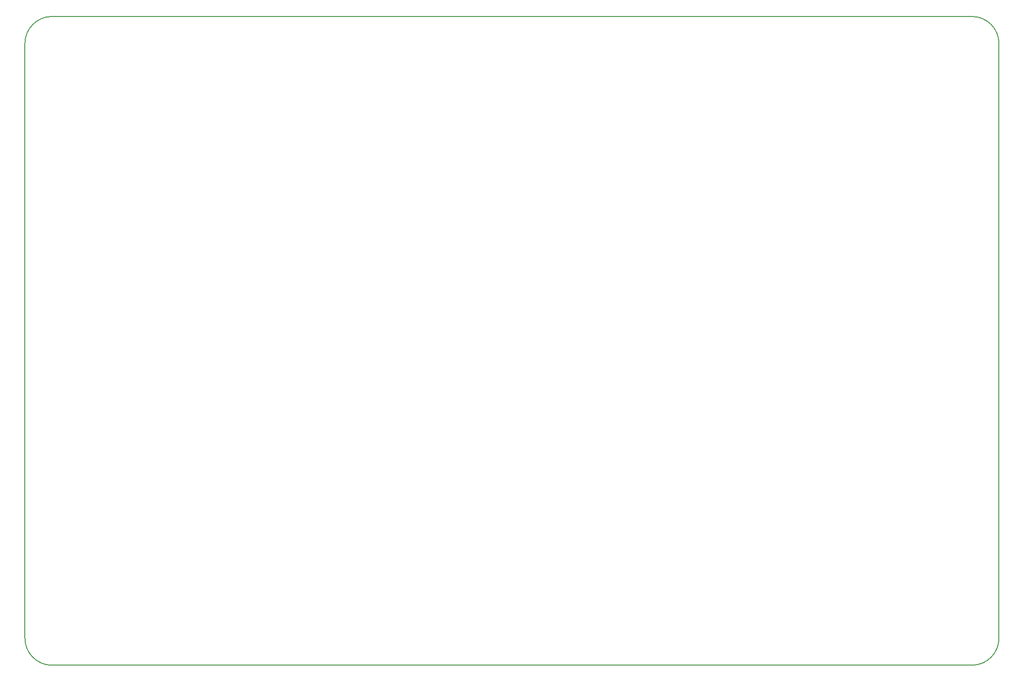
<source format=gm1>
G04*
G04 #@! TF.GenerationSoftware,Altium Limited,Altium Designer,22.1.2 (22)*
G04*
G04 Layer_Color=16711935*
%FSLAX44Y44*%
%MOMM*%
G71*
G04*
G04 #@! TF.SameCoordinates,29E8C143-3DC4-495F-BF5F-5F13AAE0725B*
G04*
G04*
G04 #@! TF.FilePolarity,Positive*
G04*
G01*
G75*
%ADD10C,0.2000*%
D10*
X50000Y1200000D02*
G03*
X0Y1150000I0J-50000D01*
G01*
X1800000Y1150000D02*
G03*
X1750000Y1200000I-50000J0D01*
G01*
X0Y50000D02*
G03*
X50000Y-0I50000J0D01*
G01*
X1750000Y0D02*
G03*
X1800000Y50000I0J50000D01*
G01*
X50000Y1200000D02*
X1750000Y1200000D01*
X-0Y1150000D02*
X-0Y50000D01*
X50000Y0D02*
X1750000Y0D01*
X1800000Y1150000D02*
X1800000Y50000D01*
M02*

</source>
